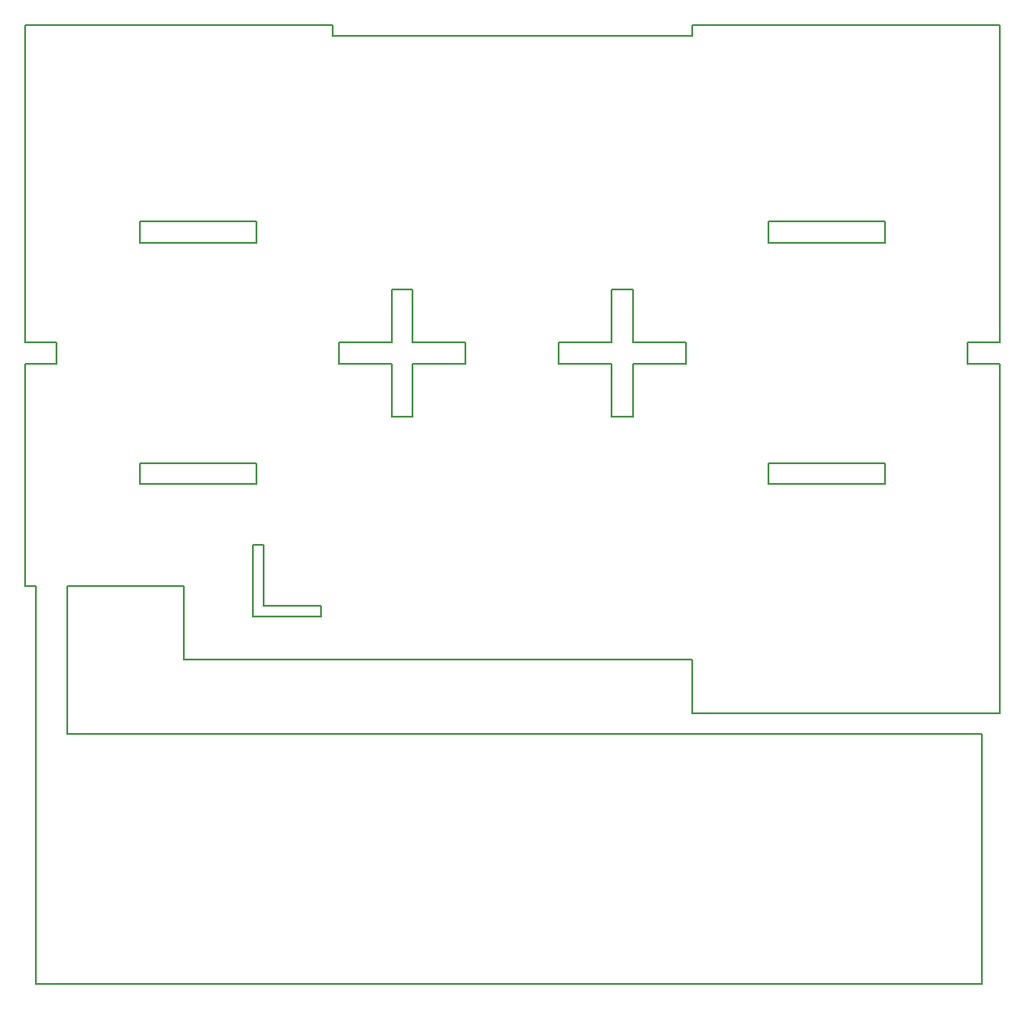
<source format=gbr>
G04 DipTrace 2.4.0.2*
%INBoardOutline.gbr*%
%MOMM*%
%ADD11C,0.14*%
%FSLAX53Y53*%
G04*
G71*
G90*
G75*
G01*
%LNBoardOutline*%
%LPD*%
X10000Y100640D2*
D11*
X39000D1*
Y99640D1*
X73000D1*
Y100640D1*
X102000D1*
Y70640D1*
X99000D1*
Y68640D1*
X102000D1*
Y35640D1*
X73000D1*
Y40640D1*
X25000D1*
Y47640D1*
X14000D1*
Y33640D1*
X100370D1*
Y10000D1*
X11000D1*
Y47640D1*
X10000D1*
Y68640D1*
X13000D1*
Y70640D1*
X10000D1*
Y100640D1*
X60400Y70640D2*
X65400D1*
Y75640D1*
X67400D1*
Y70640D1*
X72400D1*
Y68640D1*
X67400D1*
Y63640D1*
X65400D1*
Y68640D1*
X60400D1*
Y70640D1*
X39600D2*
X44600D1*
Y75640D1*
X46600D1*
Y70640D1*
X51600D1*
Y68640D1*
X46600D1*
Y63640D1*
X44600D1*
Y68640D1*
X39600D1*
Y70640D1*
X80200Y82040D2*
X91200D1*
Y80040D1*
X80200D1*
Y82040D1*
Y59240D2*
X91200D1*
Y57240D1*
X80200D1*
Y59240D1*
X20800Y82040D2*
X31800D1*
Y80040D1*
X20800D1*
Y82040D1*
Y59240D2*
X31800D1*
Y57240D1*
X20800D1*
Y59240D1*
X37917Y45723D2*
X32517D1*
Y51523D1*
X31517D1*
Y44723D1*
X37917D1*
Y45723D1*
M02*

</source>
